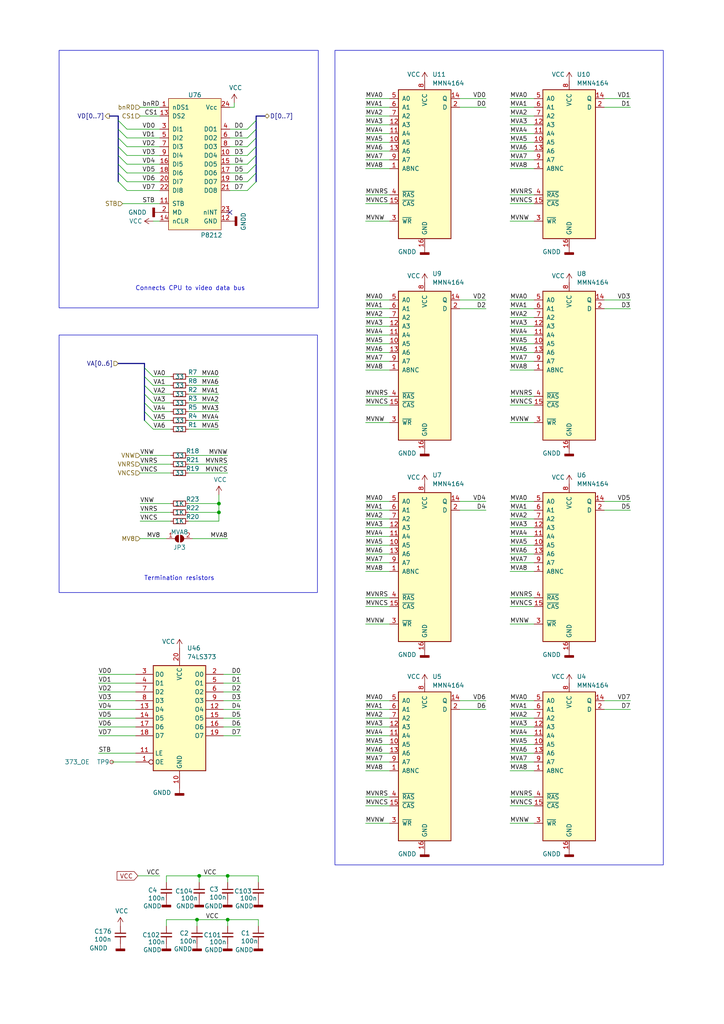
<source format=kicad_sch>
(kicad_sch (version 20230121) (generator eeschema)
  (paper "A4" portrait)
  (lib_symbols
    (symbol "74xx:74LS373"
      (property "Reference" "U" (at -7.62 16.51 0))
      (property "Value" "74LS373" (at -7.62 -16.51 0))
      (symbol "74LS373_1_0"
        (pin input inverted (at -12.7 -12.7 0) (length 5.08) (name "OE") (number "1"))
        (pin power_in line (at 0 -20.32 90) (length 5.08) (name "GND") (number "10"))
        (pin input line (at -12.7 -10.16 0) (length 5.08) (name "LE") (number "11"))
        (pin tri_state line (at 12.7 2.54 180) (length 5.08) (name "O4") (number "12"))
        (pin input line (at -12.7 2.54 0) (length 5.08) (name "D4") (number "13"))
        (pin input line (at -12.7 0 0) (length 5.08) (name "D5") (number "14"))
        (pin tri_state line (at 12.7 0 180) (length 5.08) (name "O5") (number "15"))
        (pin tri_state line (at 12.7 -2.54 180) (length 5.08) (name "O6") (number "16"))
        (pin input line (at -12.7 -2.54 0) (length 5.08) (name "D6") (number "17"))
        (pin input line (at -12.7 -5.08 0) (length 5.08) (name "D7") (number "18"))
        (pin tri_state line (at 12.7 -5.08 180) (length 5.08) (name "O7") (number "19"))
        (pin tri_state line (at 12.7 12.7 180) (length 5.08) (name "O0") (number "2"))
        (pin power_in line (at 0 20.32 270) (length 5.08) (name "VCC") (number "20"))
        (pin input line (at -12.7 12.7 0) (length 5.08) (name "D0") (number "3"))
        (pin input line (at -12.7 10.16 0) (length 5.08) (name "D1") (number "4"))
        (pin tri_state line (at 12.7 10.16 180) (length 5.08) (name "O1") (number "5"))
        (pin tri_state line (at 12.7 7.62 180) (length 5.08) (name "O2") (number "6"))
        (pin input line (at -12.7 7.62 0) (length 5.08) (name "D2") (number "7"))
        (pin input line (at -12.7 5.08 0) (length 5.08) (name "D3") (number "8"))
        (pin tri_state line (at 12.7 5.08 180) (length 5.08) (name "O3") (number "9"))
      )
      (symbol "74LS373_1_1"
        (rectangle (start -7.62 15.24) (end 7.62 -15.24) (stroke (width 0.254)) (fill (type background)))
      )
    )
    (symbol "Cobra_original:MMN4164" (pin_names (offset 1.016))
      (property "Reference" "U24" (at -5.08 -3.175 0))
      (property "Value" "MMN4164" (at 1.905 -3.175 0))
      (symbol "MMN4164_1_1"
        (rectangle (start -7.62 25.4) (end 7.62 -17.78) (stroke (width 0.254)) (fill (type background)))
        (pin input line (at -10.16 2.54 0) (length 2.54) (name "A8NC") (number "1"))
        (pin input line (at -10.16 10.16 0) (length 2.54) (name "A5") (number "10"))
        (pin input line (at -10.16 12.7 0) (length 2.54) (name "A4") (number "11"))
        (pin input line (at -10.16 15.24 0) (length 2.54) (name "A3") (number "12"))
        (pin input line (at -10.16 7.62 0) (length 2.54) (name "A6") (number "13"))
        (pin tri_state line (at 10.16 22.86 180) (length 2.54) (name "Q") (number "14"))
        (pin input line (at -10.16 -7.62 0) (length 2.54) (name "~{CAS}") (number "15"))
        (pin power_in line (at 0 -20.32 90) (length 2.54) (name "GND") (number "16"))
        (pin tri_state line (at 10.16 20.32 180) (length 2.54) (name "D") (number "2"))
        (pin input line (at -10.16 -12.7 0) (length 2.54) (name "~{WR}") (number "3"))
        (pin input line (at -10.16 -5.08 0) (length 2.54) (name "~{RAS}") (number "4"))
        (pin input line (at -10.16 22.86 0) (length 2.54) (name "A0") (number "5"))
        (pin input line (at -10.16 20.32 0) (length 2.54) (name "A1") (number "6"))
        (pin input line (at -10.16 17.78 0) (length 2.54) (name "A2") (number "7"))
        (pin power_in line (at 0 27.94 270) (length 2.54) (name "VCC") (number "8"))
        (pin input line (at -10.16 5.08 0) (length 2.54) (name "A7") (number "9"))
      )
    )
    (symbol "Connector:TestPoint_Small" (pin_numbers hide) (pin_names (offset 0.762) hide)
      (property "Reference" "TP" (at 0 3.81 0))
      (property "Value" "TestPoint_Small" (at 0 2.032 0))
      (symbol "TestPoint_Small_0_1"
        (circle (center 0 0) (radius 0.508))
      )
      (symbol "TestPoint_Small_1_1"
        (pin passive line (at 0 0 90) (length 0) (name "1") (number "1"))
      )
    )
    (symbol "Device:C_Small" (pin_numbers hide) (pin_names (offset 0.254) hide)
      (property "Reference" "C" (at 0.254 1.778 0))
      (property "Value" "C_Small" (at 0.254 -2.032 0))
      (symbol "C_Small_0_1"
        (polyline (pts (xy -1.524 -0.508) (xy 1.524 -0.508)) (stroke (width 0.3302)))
        (polyline (pts (xy -1.524 0.508) (xy 1.524 0.508)) (stroke (width 0.3048)))
      )
      (symbol "C_Small_1_1"
        (pin passive line (at 0 2.54 270) (length 2.032) (name "~") (number "1"))
        (pin passive line (at 0 -2.54 90) (length 2.032) (name "~") (number "2"))
      )
    )
    (symbol "Device:R_Small" (pin_numbers hide) (pin_names (offset 0.254) hide)
      (property "Reference" "R" (at 0.762 0.508 0))
      (property "Value" "R_Small" (at 0.762 -1.016 0))
      (symbol "R_Small_0_1"
        (rectangle (start -0.762 1.778) (end 0.762 -1.778) (stroke (width 0.2032)))
      )
      (symbol "R_Small_1_1"
        (pin passive line (at 0 2.54 270) (length 0.762) (name "~") (number "1"))
        (pin passive line (at 0 -2.54 90) (length 0.762) (name "~") (number "2"))
      )
    )
    (symbol "Jumper:SolderJumper_2_Open" (pin_names (offset 0) hide)
      (property "Reference" "JP" (at 0 2.032 0))
      (property "Value" "SolderJumper_2_Open" (at 0 -2.54 0))
      (symbol "SolderJumper_2_Open_0_1"
        (arc (start -0.254 1.016) (mid -1.2656 0) (end -0.254 -1.016))
        (arc (start -0.254 1.016) (mid -1.2656 0) (end -0.254 -1.016) (fill (type outline)))
        (polyline (pts (xy -0.254 1.016) (xy -0.254 -1.016)))
        (polyline (pts (xy 0.254 1.016) (xy 0.254 -1.016)))
        (arc (start 0.254 -1.016) (mid 1.2656 0) (end 0.254 1.016))
        (arc (start 0.254 -1.016) (mid 1.2656 0) (end 0.254 1.016) (fill (type outline)))
      )
      (symbol "SolderJumper_2_Open_1_1"
        (pin passive line (at -3.81 0 0) (length 2.54) (name "A") (number "1"))
        (pin passive line (at 3.81 0 180) (length 2.54) (name "B") (number "2"))
      )
    )
    (symbol "cobra_original:P8212" (pin_names (offset 1.016))
      (property "Reference" "U" (at 0 19.05 0))
      (property "Value" "P8212" (at 5.08 -21.59 0))
      (symbol "P8212_1_1"
        (rectangle (start -7.62 17.78) (end 7.62 -20.32) (fill (type background)))
        (pin input line (at -10.16 15.24 0) (length 2.54) (name "nDS1") (number "1"))
        (pin tri_state line (at 10.16 1.27 180) (length 2.54) (name "DO4") (number "10"))
        (pin input line (at -10.16 -12.7 0) (length 2.54) (name "STB") (number "11"))
        (pin power_out line (at 10.16 -17.78 180) (length 2.54) (name "GND") (number "12"))
        (pin input line (at -10.16 12.7 0) (length 2.54) (name "DS2") (number "13"))
        (pin input line (at -10.16 -17.78 0) (length 2.54) (name "nCLR") (number "14"))
        (pin tri_state line (at 10.16 -1.27 180) (length 2.54) (name "DO5") (number "15"))
        (pin input line (at -10.16 -1.27 0) (length 2.54) (name "DI5") (number "16"))
        (pin tri_state line (at 10.16 -3.81 180) (length 2.54) (name "DO6") (number "17"))
        (pin input line (at -10.16 -3.81 0) (length 2.54) (name "DI6") (number "18"))
        (pin tri_state line (at 10.16 -6.35 180) (length 2.54) (name "DO7") (number "19"))
        (pin input line (at -10.16 -15.24 0) (length 2.54) (name "MD") (number "2"))
        (pin input line (at -10.16 -6.35 0) (length 2.54) (name "DI7") (number "20"))
        (pin tri_state line (at 10.16 -8.89 180) (length 2.54) (name "DO8") (number "21"))
        (pin input line (at -10.16 -8.89 0) (length 2.54) (name "DI8") (number "22"))
        (pin output line (at 10.16 -15.24 180) (length 2.54) (name "nINT") (number "23"))
        (pin power_in line (at 10.16 15.24 180) (length 2.54) (name "Vcc") (number "24"))
        (pin input line (at -10.16 8.89 0) (length 2.54) (name "DI1") (number "3"))
        (pin tri_state line (at 10.16 8.89 180) (length 2.54) (name "DO1") (number "4"))
        (pin input line (at -10.16 6.35 0) (length 2.54) (name "DI2") (number "5"))
        (pin tri_state line (at 10.16 6.35 180) (length 2.54) (name "DO2") (number "6"))
        (pin input line (at -10.16 3.81 0) (length 2.54) (name "DI3") (number "7"))
        (pin tri_state line (at 10.16 3.81 180) (length 2.54) (name "DO3") (number "8"))
        (pin input line (at -10.16 1.27 0) (length 2.54) (name "DI4") (number "9"))
      )
    )
    (symbol "power:GNDD" (power) (pin_names (offset 0))
      (property "Value" "GNDD" (at 0 -3.175 0))
      (symbol "GNDD_0_1"
        (rectangle (start -1.27 -1.524) (end 1.27 -2.032) (stroke (width 0.254)) (fill (type outline)))
        (polyline (pts (xy 0 0) (xy 0 -1.524)))
      )
      (symbol "GNDD_1_1"
        (pin power_in line (at 0 0 270) (length 0) hide (name "GNDD") (number "1"))
      )
    )
    (symbol "power:VCC" (power) (pin_names (offset 0))
      (property "Value" "VCC" (at 0 3.81 0))
      (symbol "VCC_0_1"
        (polyline (pts (xy -0.762 1.27) (xy 0 2.54)))
        (polyline (pts (xy 0 0) (xy 0 2.54)))
        (polyline (pts (xy 0 2.54) (xy 0.762 1.27)))
      )
      (symbol "VCC_1_1"
        (pin power_in line (at 0 0 90) (length 0) hide (name "VCC") (number "1"))
      )
    )
  )
  (junction (at 57.785 254))
  (junction (at 63.5 146.05))
  (junction (at 66.04 254))
  (junction (at 63.5 148.59))
  (junction (at 57.15 266.7))
  (junction (at 66.04 266.7))
  (no_connect (at 66.675 61.595))
  (bus_entry (at 71.755 47.625) (size 2.54 -2.54))
  (bus_entry (at 41.91 121.92) (size 2.54 2.54))
  (bus_entry (at 71.755 50.165) (size 2.54 -2.54))
  (bus_entry (at 34.29 52.705) (size 2.54 2.54))
  (bus_entry (at 71.755 40.005) (size 2.54 -2.54))
  (bus_entry (at 71.755 55.245) (size 2.54 -2.54))
  (bus_entry (at 34.29 42.545) (size 2.54 2.54))
  (bus_entry (at 34.29 34.925) (size 2.54 2.54))
  (bus_entry (at 41.91 119.38) (size 2.54 2.54))
  (bus_entry (at 34.29 50.165) (size 2.54 2.54))
  (bus_entry (at 41.91 109.22) (size 2.54 2.54))
  (bus_entry (at 41.91 116.84) (size 2.54 2.54))
  (bus_entry (at 71.755 37.465) (size 2.54 -2.54))
  (bus_entry (at 34.29 47.625) (size 2.54 2.54))
  (bus_entry (at 41.91 111.76) (size 2.54 2.54))
  (bus_entry (at 41.91 114.3) (size 2.54 2.54))
  (bus_entry (at 34.29 40.005) (size 2.54 2.54))
  (bus_entry (at 34.29 45.085) (size 2.54 2.54))
  (bus_entry (at 71.755 45.085) (size 2.54 -2.54))
  (bus_entry (at 34.29 37.465) (size 2.54 2.54))
  (bus_entry (at 71.755 42.545) (size 2.54 -2.54))
  (bus_entry (at 41.91 106.68) (size 2.54 2.54))
  (bus_entry (at 71.755 52.705) (size 2.54 -2.54))
  (bus (pts (xy 34.29 50.165) (xy 34.29 52.705)))
  (wire (pts (xy 48.26 268.605) (xy 48.26 266.7)))
  (wire (pts (xy 106.045 38.735) (xy 113.03 38.735)))
  (wire (pts (xy 63.5 148.59) (xy 63.5 146.05)))
  (wire (pts (xy 28.575 203.2) (xy 39.37 203.2)))
  (wire (pts (xy 147.955 213.36) (xy 154.94 213.36)))
  (wire (pts (xy 57.785 254) (xy 66.04 254)))
  (bus (pts (xy 74.295 34.925) (xy 74.295 37.465)))
  (wire (pts (xy 64.77 198.12) (xy 69.85 198.12)))
  (wire (pts (xy 35.56 59.055) (xy 46.355 59.055)))
  (wire (pts (xy 147.955 86.995) (xy 154.94 86.995)))
  (wire (pts (xy 28.575 213.36) (xy 39.37 213.36)))
  (wire (pts (xy 57.785 254) (xy 57.785 255.905)))
  (wire (pts (xy 57.15 266.7) (xy 66.04 266.7)))
  (wire (pts (xy 133.35 28.575) (xy 140.97 28.575)))
  (wire (pts (xy 175.26 147.955) (xy 182.88 147.955)))
  (wire (pts (xy 36.83 47.625) (xy 46.355 47.625)))
  (wire (pts (xy 36.83 55.245) (xy 46.355 55.245)))
  (wire (pts (xy 106.045 158.115) (xy 113.03 158.115)))
  (wire (pts (xy 64.77 208.28) (xy 69.85 208.28)))
  (bus (pts (xy 41.91 111.76) (xy 41.91 114.3)))
  (wire (pts (xy 175.26 205.74) (xy 182.88 205.74)))
  (wire (pts (xy 106.045 117.475) (xy 113.03 117.475)))
  (wire (pts (xy 106.045 231.14) (xy 113.03 231.14)))
  (wire (pts (xy 49.53 114.3) (xy 44.45 114.3)))
  (wire (pts (xy 106.045 99.695) (xy 113.03 99.695)))
  (wire (pts (xy 106.045 220.98) (xy 113.03 220.98)))
  (wire (pts (xy 64.77 200.66) (xy 69.85 200.66)))
  (wire (pts (xy 44.45 124.46) (xy 49.53 124.46)))
  (wire (pts (xy 66.675 40.005) (xy 71.755 40.005)))
  (wire (pts (xy 57.15 266.7) (xy 57.15 268.605)))
  (wire (pts (xy 54.61 132.08) (xy 66.04 132.08)))
  (wire (pts (xy 147.955 203.2) (xy 154.94 203.2)))
  (wire (pts (xy 40.64 134.62) (xy 49.53 134.62)))
  (wire (pts (xy 66.675 52.705) (xy 71.755 52.705)))
  (wire (pts (xy 106.045 223.52) (xy 113.03 223.52)))
  (wire (pts (xy 147.955 205.74) (xy 154.94 205.74)))
  (wire (pts (xy 175.26 145.415) (xy 182.88 145.415)))
  (wire (pts (xy 49.53 109.22) (xy 44.45 109.22)))
  (wire (pts (xy 64.77 195.58) (xy 69.85 195.58)))
  (wire (pts (xy 54.61 146.05) (xy 63.5 146.05)))
  (wire (pts (xy 133.35 86.995) (xy 140.97 86.995)))
  (wire (pts (xy 147.955 208.28) (xy 154.94 208.28)))
  (wire (pts (xy 106.045 165.735) (xy 113.03 165.735)))
  (wire (pts (xy 64.77 205.74) (xy 69.85 205.74)))
  (wire (pts (xy 147.955 210.82) (xy 154.94 210.82)))
  (bus (pts (xy 34.29 34.925) (xy 34.29 37.465)))
  (wire (pts (xy 106.045 48.895) (xy 113.03 48.895)))
  (wire (pts (xy 67.945 29.845) (xy 67.945 31.115)))
  (wire (pts (xy 147.955 158.115) (xy 154.94 158.115)))
  (wire (pts (xy 40.64 137.16) (xy 49.53 137.16)))
  (wire (pts (xy 147.955 114.935) (xy 154.94 114.935)))
  (wire (pts (xy 36.83 42.545) (xy 46.355 42.545)))
  (wire (pts (xy 74.93 254) (xy 74.93 255.905)))
  (wire (pts (xy 106.045 64.135) (xy 113.03 64.135)))
  (wire (pts (xy 28.575 205.74) (xy 39.37 205.74)))
  (wire (pts (xy 106.045 43.815) (xy 113.03 43.815)))
  (wire (pts (xy 40.64 33.655) (xy 46.355 33.655)))
  (wire (pts (xy 147.955 165.735) (xy 154.94 165.735)))
  (wire (pts (xy 36.83 37.465) (xy 46.355 37.465)))
  (wire (pts (xy 44.45 119.38) (xy 49.53 119.38)))
  (wire (pts (xy 106.045 175.895) (xy 113.03 175.895)))
  (wire (pts (xy 54.61 121.92) (xy 63.5 121.92)))
  (wire (pts (xy 48.26 254) (xy 57.785 254)))
  (wire (pts (xy 175.26 31.115) (xy 182.88 31.115)))
  (wire (pts (xy 106.045 92.075) (xy 113.03 92.075)))
  (bus (pts (xy 34.29 45.085) (xy 34.29 47.625)))
  (wire (pts (xy 54.61 137.16) (xy 66.04 137.16)))
  (wire (pts (xy 175.26 89.535) (xy 182.88 89.535)))
  (wire (pts (xy 66.04 266.7) (xy 74.93 266.7)))
  (wire (pts (xy 106.045 104.775) (xy 113.03 104.775)))
  (wire (pts (xy 147.955 145.415) (xy 154.94 145.415)))
  (wire (pts (xy 147.955 122.555) (xy 154.94 122.555)))
  (wire (pts (xy 63.5 151.13) (xy 63.5 148.59)))
  (bus (pts (xy 74.295 42.545) (xy 74.295 45.085)))
  (wire (pts (xy 66.675 47.625) (xy 71.755 47.625)))
  (wire (pts (xy 44.45 116.84) (xy 49.53 116.84)))
  (wire (pts (xy 147.955 28.575) (xy 154.94 28.575)))
  (wire (pts (xy 106.045 122.555) (xy 113.03 122.555)))
  (bus (pts (xy 76.835 33.655) (xy 74.295 33.655)))
  (bus (pts (xy 34.29 47.625) (xy 34.29 50.165)))
  (wire (pts (xy 28.575 195.58) (xy 39.37 195.58)))
  (wire (pts (xy 147.955 223.52) (xy 154.94 223.52)))
  (wire (pts (xy 28.575 210.82) (xy 39.37 210.82)))
  (bus (pts (xy 74.295 37.465) (xy 74.295 40.005)))
  (wire (pts (xy 147.955 104.775) (xy 154.94 104.775)))
  (wire (pts (xy 147.955 56.515) (xy 154.94 56.515)))
  (wire (pts (xy 147.955 215.9) (xy 154.94 215.9)))
  (bus (pts (xy 74.295 47.625) (xy 74.295 50.165)))
  (wire (pts (xy 106.045 41.275) (xy 113.03 41.275)))
  (wire (pts (xy 106.045 56.515) (xy 113.03 56.515)))
  (bus (pts (xy 34.29 40.005) (xy 34.29 42.545)))
  (bus (pts (xy 31.75 33.655) (xy 34.29 33.655)))
  (wire (pts (xy 106.045 102.235) (xy 113.03 102.235)))
  (bus (pts (xy 41.91 114.3) (xy 41.91 116.84)))
  (wire (pts (xy 147.955 175.895) (xy 154.94 175.895)))
  (wire (pts (xy 147.955 155.575) (xy 154.94 155.575)))
  (bus (pts (xy 74.295 40.005) (xy 74.295 42.545)))
  (wire (pts (xy 147.955 150.495) (xy 154.94 150.495)))
  (wire (pts (xy 106.045 153.035) (xy 113.03 153.035)))
  (wire (pts (xy 147.955 64.135) (xy 154.94 64.135)))
  (bus (pts (xy 41.91 106.68) (xy 41.91 109.22)))
  (wire (pts (xy 28.575 218.44) (xy 39.37 218.44)))
  (wire (pts (xy 44.45 121.92) (xy 49.53 121.92)))
  (wire (pts (xy 66.04 266.7) (xy 66.04 268.605)))
  (wire (pts (xy 66.675 45.085) (xy 71.755 45.085)))
  (wire (pts (xy 66.675 31.115) (xy 67.945 31.115)))
  (wire (pts (xy 54.61 134.62) (xy 66.04 134.62)))
  (wire (pts (xy 106.045 163.195) (xy 113.03 163.195)))
  (wire (pts (xy 106.045 36.195) (xy 113.03 36.195)))
  (wire (pts (xy 28.575 200.66) (xy 39.37 200.66)))
  (wire (pts (xy 64.77 203.2) (xy 69.85 203.2)))
  (wire (pts (xy 106.045 107.315) (xy 113.03 107.315)))
  (wire (pts (xy 175.26 86.995) (xy 182.88 86.995)))
  (wire (pts (xy 106.045 173.355) (xy 113.03 173.355)))
  (bus (pts (xy 74.295 50.165) (xy 74.295 52.705)))
  (wire (pts (xy 147.955 99.695) (xy 154.94 99.695)))
  (bus (pts (xy 74.295 45.085) (xy 74.295 47.625)))
  (wire (pts (xy 106.045 31.115) (xy 113.03 31.115)))
  (wire (pts (xy 147.955 38.735) (xy 154.94 38.735)))
  (wire (pts (xy 32.385 220.98) (xy 39.37 220.98)))
  (wire (pts (xy 147.955 94.615) (xy 154.94 94.615)))
  (wire (pts (xy 106.045 160.655) (xy 113.03 160.655)))
  (wire (pts (xy 106.045 114.935) (xy 113.03 114.935)))
  (wire (pts (xy 147.955 160.655) (xy 154.94 160.655)))
  (wire (pts (xy 54.61 109.22) (xy 63.5 109.22)))
  (bus (pts (xy 41.91 116.84) (xy 41.91 119.38)))
  (wire (pts (xy 106.045 180.975) (xy 113.03 180.975)))
  (wire (pts (xy 147.955 36.195) (xy 154.94 36.195)))
  (wire (pts (xy 40.64 146.05) (xy 49.53 146.05)))
  (wire (pts (xy 106.045 210.82) (xy 113.03 210.82)))
  (wire (pts (xy 106.045 205.74) (xy 113.03 205.74)))
  (wire (pts (xy 106.045 203.2) (xy 113.03 203.2)))
  (wire (pts (xy 147.955 107.315) (xy 154.94 107.315)))
  (wire (pts (xy 133.35 31.115) (xy 140.97 31.115)))
  (bus (pts (xy 41.91 109.22) (xy 41.91 111.76)))
  (bus (pts (xy 34.29 105.41) (xy 41.91 105.41)))
  (wire (pts (xy 54.61 111.76) (xy 63.5 111.76)))
  (wire (pts (xy 40.64 148.59) (xy 49.53 148.59)))
  (bus (pts (xy 34.29 37.465) (xy 34.29 40.005)))
  (wire (pts (xy 49.53 111.76) (xy 44.45 111.76)))
  (wire (pts (xy 147.955 48.895) (xy 154.94 48.895)))
  (wire (pts (xy 54.61 119.38) (xy 63.5 119.38)))
  (wire (pts (xy 106.045 233.68) (xy 113.03 233.68)))
  (wire (pts (xy 54.61 114.3) (xy 63.5 114.3)))
  (wire (pts (xy 147.955 220.98) (xy 154.94 220.98)))
  (wire (pts (xy 147.955 163.195) (xy 154.94 163.195)))
  (wire (pts (xy 175.26 203.2) (xy 182.88 203.2)))
  (wire (pts (xy 106.045 89.535) (xy 113.03 89.535)))
  (wire (pts (xy 54.61 151.13) (xy 63.5 151.13)))
  (bus (pts (xy 74.295 33.655) (xy 74.295 34.925)))
  (wire (pts (xy 66.675 50.165) (xy 71.755 50.165)))
  (wire (pts (xy 106.045 94.615) (xy 113.03 94.615)))
  (wire (pts (xy 106.045 213.36) (xy 113.03 213.36)))
  (wire (pts (xy 64.77 213.36) (xy 69.85 213.36)))
  (wire (pts (xy 106.045 145.415) (xy 113.03 145.415)))
  (wire (pts (xy 64.77 210.82) (xy 69.85 210.82)))
  (wire (pts (xy 147.955 147.955) (xy 154.94 147.955)))
  (wire (pts (xy 147.955 41.275) (xy 154.94 41.275)))
  (wire (pts (xy 54.61 148.59) (xy 63.5 148.59)))
  (wire (pts (xy 147.955 218.44) (xy 154.94 218.44)))
  (wire (pts (xy 147.955 238.76) (xy 154.94 238.76)))
  (wire (pts (xy 175.26 28.575) (xy 182.88 28.575)))
  (wire (pts (xy 28.575 198.12) (xy 39.37 198.12)))
  (wire (pts (xy 106.045 97.155) (xy 113.03 97.155)))
  (wire (pts (xy 106.045 59.055) (xy 113.03 59.055)))
  (wire (pts (xy 63.5 146.05) (xy 63.5 143.51)))
  (wire (pts (xy 147.955 233.68) (xy 154.94 233.68)))
  (wire (pts (xy 40.64 151.13) (xy 49.53 151.13)))
  (wire (pts (xy 66.675 37.465) (xy 71.755 37.465)))
  (wire (pts (xy 74.93 266.7) (xy 74.93 268.605)))
  (wire (pts (xy 133.35 89.535) (xy 140.97 89.535)))
  (wire (pts (xy 147.955 33.655) (xy 154.94 33.655)))
  (bus (pts (xy 34.29 33.655) (xy 34.29 34.925)))
  (wire (pts (xy 40.64 132.08) (xy 49.53 132.08)))
  (wire (pts (xy 147.955 31.115) (xy 154.94 31.115)))
  (wire (pts (xy 147.955 97.155) (xy 154.94 97.155)))
  (wire (pts (xy 36.83 52.705) (xy 46.355 52.705)))
  (wire (pts (xy 133.35 147.955) (xy 140.97 147.955)))
  (wire (pts (xy 54.61 116.84) (xy 63.5 116.84)))
  (wire (pts (xy 147.955 153.035) (xy 154.94 153.035)))
  (wire (pts (xy 147.955 173.355) (xy 154.94 173.355)))
  (wire (pts (xy 36.83 40.005) (xy 46.355 40.005)))
  (wire (pts (xy 133.35 205.74) (xy 140.97 205.74)))
  (wire (pts (xy 106.045 46.355) (xy 113.03 46.355)))
  (wire (pts (xy 106.045 86.995) (xy 113.03 86.995)))
  (wire (pts (xy 106.045 215.9) (xy 113.03 215.9)))
  (wire (pts (xy 36.83 45.085) (xy 46.355 45.085)))
  (wire (pts (xy 147.955 231.14) (xy 154.94 231.14)))
  (wire (pts (xy 147.955 92.075) (xy 154.94 92.075)))
  (wire (pts (xy 66.675 42.545) (xy 71.755 42.545)))
  (wire (pts (xy 147.955 89.535) (xy 154.94 89.535)))
  (wire (pts (xy 40.64 31.115) (xy 46.355 31.115)))
  (wire (pts (xy 106.045 33.655) (xy 113.03 33.655)))
  (bus (pts (xy 34.29 42.545) (xy 34.29 45.085)))
  (wire (pts (xy 106.045 155.575) (xy 113.03 155.575)))
  (wire (pts (xy 147.955 180.975) (xy 154.94 180.975)))
  (wire (pts (xy 133.35 145.415) (xy 140.97 145.415)))
  (wire (pts (xy 147.955 59.055) (xy 154.94 59.055)))
  (wire (pts (xy 36.83 50.165) (xy 46.355 50.165)))
  (wire (pts (xy 48.26 255.905) (xy 48.26 254)))
  (bus (pts (xy 41.91 105.41) (xy 41.91 106.68)))
  (wire (pts (xy 66.04 254) (xy 66.04 255.905)))
  (wire (pts (xy 48.26 156.21) (xy 40.64 156.21)))
  (wire (pts (xy 66.04 254) (xy 74.93 254)))
  (wire (pts (xy 106.045 147.955) (xy 113.03 147.955)))
  (wire (pts (xy 106.045 238.76) (xy 113.03 238.76)))
  (wire (pts (xy 66.675 55.245) (xy 71.755 55.245)))
  (wire (pts (xy 106.045 28.575) (xy 113.03 28.575)))
  (wire (pts (xy 133.35 203.2) (xy 140.97 203.2)))
  (wire (pts (xy 106.045 150.495) (xy 113.03 150.495)))
  (wire (pts (xy 54.61 124.46) (xy 63.5 124.46)))
  (wire (pts (xy 55.88 156.21) (xy 66.04 156.21)))
  (wire (pts (xy 147.955 46.355) (xy 154.94 46.355)))
  (wire (pts (xy 147.955 43.815) (xy 154.94 43.815)))
  (wire (pts (xy 40.005 254) (xy 46.355 254)))
  (wire (pts (xy 46.355 64.135) (xy 44.45 64.135)))
  (bus (pts (xy 41.91 119.38) (xy 41.91 121.92)))
  (wire (pts (xy 106.045 218.44) (xy 113.03 218.44)))
  (wire (pts (xy 48.26 266.7) (xy 57.15 266.7)))
  (wire (pts (xy 147.955 102.235) (xy 154.94 102.235)))
  (wire (pts (xy 106.045 208.28) (xy 113.03 208.28)))
  (wire (pts (xy 147.955 117.475) (xy 154.94 117.475)))
  (wire (pts (xy 28.575 208.28) (xy 39.37 208.28)))
  (rectangle (start 17.145 14.605) (end 92.329 89.281))
  (rectangle (start 97.155 14.605) (end 192.405 250.825))
  (rectangle (start 17.145 97.155) (end 92.075 171.831))
  (text "Connects CPU to video data bus" (at 39.243 84.455 0) (effects (font (size 1.27 1.27)) (justify left bottom)))
  (text "Termination resistors" (at 41.783 168.529 0) (effects (font (size 1.27 1.27)) (justify left bottom)))
  (label "D1" (at 69.85 198.12 180))
  (label "MVA7" (at 106.045 104.775 0))
  (label "MVNW" (at 147.955 64.135 0))
  (label "D4" (at 67.945 47.625 0))
  (label "MVA8" (at 106.045 165.735 0))
  (label "VCC" (at 62.865 254 180))
  (label "MVA7" (at 106.045 220.98 0))
  (label "D5" (at 69.85 208.28 180))
  (label "MVA5" (at 106.045 41.275 0))
  (label "MVA3" (at 147.955 210.82 0))
  (label "MVA0" (at 106.045 203.2 0))
  (label "MVA3" (at 63.5 119.38 180))
  (label "MVA2" (at 147.955 150.495 0))
  (label "VD6" (at 41.275 52.705 0))
  (label "MVA0" (at 147.955 145.415 0))
  (label "MVA0" (at 106.045 28.575 0))
  (label "D1" (at 67.945 40.005 0))
  (label "MVA7" (at 106.045 163.195 0))
  (label "MVA6" (at 106.045 160.655 0))
  (label "MVA0" (at 106.045 145.415 0))
  (label "MVA1" (at 147.955 205.74 0))
  (label "MVNRS" (at 147.955 56.515 0))
  (label "MVA0" (at 147.955 86.995 0))
  (label "VD2" (at 41.275 42.545 0))
  (label "VNRS" (at 40.64 148.59 0))
  (label "VD3" (at 41.275 45.085 0))
  (label "VA0" (at 44.45 109.22 0))
  (label "MVNRS" (at 106.045 56.515 0))
  (label "MVNRS" (at 106.045 173.355 0))
  (label "MVNCS" (at 106.045 175.895 0))
  (label "MVNW" (at 106.045 238.76 0))
  (label "MVA3" (at 106.045 36.195 0))
  (label "MVA1" (at 106.045 205.74 0))
  (label "D3" (at 182.88 89.535 180))
  (label "MVA6" (at 147.955 43.815 0))
  (label "MVNCS" (at 106.045 117.475 0))
  (label "VD0" (at 140.97 28.575 180))
  (label "MVA7" (at 106.045 46.355 0))
  (label "VNW" (at 40.64 146.05 0))
  (label "MVA3" (at 106.045 94.615 0))
  (label "VD7" (at 28.575 213.36 0))
  (label "VA1" (at 44.45 111.76 0))
  (label "MVNW" (at 147.955 238.76 0))
  (label "MVA8" (at 106.045 223.52 0))
  (label "MVA7" (at 147.955 104.775 0))
  (label "MVNW" (at 66.04 132.08 180))
  (label "MVA1" (at 63.5 114.3 180))
  (label "D5" (at 67.945 50.165 0))
  (label "VNW" (at 40.64 132.08 0))
  (label "VD6" (at 28.575 210.82 0))
  (label "MVA6" (at 106.045 102.235 0))
  (label "MVNW" (at 106.045 122.555 0))
  (label "VD1" (at 41.275 40.005 0))
  (label "MVA1" (at 147.955 147.955 0))
  (label "MVA3" (at 147.955 94.615 0))
  (label "D6" (at 140.97 205.74 180))
  (label "CS1" (at 41.91 33.655 0))
  (label "MVA3" (at 106.045 153.035 0))
  (label "MVA8" (at 106.045 107.315 0))
  (label "D2" (at 69.85 200.66 180))
  (label "MVA6" (at 147.955 218.44 0))
  (label "MVA1" (at 147.955 89.535 0))
  (label "MVA2" (at 147.955 208.28 0))
  (label "MVA1" (at 106.045 31.115 0))
  (label "VD1" (at 28.575 198.12 0))
  (label "MVNCS" (at 106.045 59.055 0))
  (label "MVA1" (at 147.955 31.115 0))
  (label "MVA6" (at 147.955 160.655 0))
  (label "MVA5" (at 106.045 99.695 0))
  (label "VNRS" (at 40.64 134.62 0))
  (label "MVA6" (at 63.5 111.76 180))
  (label "D4" (at 140.97 147.955 180))
  (label "MV8" (at 42.545 156.21 0))
  (label "MVA5" (at 147.955 215.9 0))
  (label "VD2" (at 28.575 200.66 0))
  (label "MVNRS" (at 106.045 114.935 0))
  (label "MVA8" (at 147.955 107.315 0))
  (label "MVA4" (at 147.955 38.735 0))
  (label "MVA5" (at 147.955 41.275 0))
  (label "MVA0" (at 63.5 109.22 180))
  (label "MVNCS" (at 106.045 233.68 0))
  (label "VD3" (at 28.575 203.2 0))
  (label "MVA6" (at 106.045 218.44 0))
  (label "D6" (at 69.85 210.82 180))
  (label "D2" (at 67.945 42.545 0))
  (label "MVNCS" (at 147.955 233.68 0))
  (label "VD5" (at 28.575 208.28 0))
  (label "MVNRS" (at 147.955 114.935 0))
  (label "MVA5" (at 106.045 158.115 0))
  (label "VA5" (at 44.45 121.92 0))
  (label "D6" (at 67.945 52.705 0))
  (label "D7" (at 69.85 213.36 180))
  (label "MVA2" (at 106.045 208.28 0))
  (label "MVA2" (at 106.045 92.075 0))
  (label "MVA2" (at 147.955 33.655 0))
  (label "MVNCS" (at 66.04 137.16 180))
  (label "D3" (at 67.945 45.085 0))
  (label "MVA4" (at 106.045 97.155 0))
  (label "MVA6" (at 147.955 102.235 0))
  (label "MVA3" (at 147.955 36.195 0))
  (label "VNCS" (at 40.64 137.16 0))
  (label "MVNW" (at 106.045 180.975 0))
  (label "MVA6" (at 106.045 43.815 0))
  (label "D1" (at 182.88 31.115 180))
  (label "MVNRS" (at 147.955 173.355 0))
  (label "MVA4" (at 147.955 213.36 0))
  (label "MVA8" (at 147.955 48.895 0))
  (label "D5" (at 182.88 147.955 180))
  (label "D3" (at 69.85 203.2 180))
  (label "VD4" (at 140.97 145.415 180))
  (label "D7" (at 67.945 55.245 0))
  (label "D0" (at 140.97 31.115 180))
  (label "MVA8" (at 147.955 165.735 0))
  (label "VD7" (at 182.88 203.2 180))
  (label "VD2" (at 140.97 86.995 180))
  (label "MVNRS" (at 66.04 134.62 180))
  (label "D0" (at 69.85 195.58 180))
  (label "MVA0" (at 147.955 203.2 0))
  (label "VD4" (at 28.575 205.74 0))
  (label "MVNW" (at 106.045 64.135 0))
  (label "MVA7" (at 147.955 163.195 0))
  (label "D4" (at 69.85 205.74 180))
  (label "VD0" (at 41.275 37.465 0))
  (label "VD1" (at 182.88 28.575 180))
  (label "MVA4" (at 106.045 155.575 0))
  (label "MVA5" (at 106.045 215.9 0))
  (label "MVA1" (at 106.045 89.535 0))
  (label "STB" (at 28.575 218.44 0))
  (label "MVNCS" (at 147.955 59.055 0))
  (label "MVNRS" (at 106.045 231.14 0))
  (label "D7" (at 182.88 205.74 180))
  (label "VD6" (at 140.97 203.2 180))
  (label "MVNCS" (at 147.955 117.475 0))
  (label "VA2" (at 44.45 114.3 0))
  (label "VCC" (at 46.355 254 180))
  (label "VCC" (at 63.5 266.7 180))
  (label "VD0" (at 28.575 195.58 0))
  (label "MVA5" (at 147.955 99.695 0))
  (label "MVNW" (at 147.955 122.555 0))
  (label "VD5" (at 41.275 50.165 0))
  (label "MVA2" (at 63.5 116.84 180))
  (label "VD4" (at 41.275 47.625 0))
  (label "MVA4" (at 106.045 213.36 0))
  (label "VA4" (at 44.45 119.38 0))
  (label "VD3" (at 182.88 86.995 180))
  (label "STB" (at 41.275 59.055 0))
  (label "VA6" (at 44.45 124.46 0))
  (label "VNCS" (at 40.64 151.13 0))
  (label "MVA8" (at 66.04 156.21 180))
  (label "VA3" (at 44.45 116.84 0))
  (label "MVA8" (at 106.045 48.895 0))
  (label "D2" (at 140.97 89.535 180))
  (label "MVA4" (at 147.955 97.155 0))
  (label "MVA2" (at 147.955 92.075 0))
  (label "MVA8" (at 147.955 223.52 0))
  (label "D0" (at 67.945 37.465 0))
  (label "MVA5" (at 63.5 124.46 180))
  (label "MVA7" (at 147.955 46.355 0))
  (label "MVA4" (at 147.955 155.575 0))
  (label "MVNW" (at 147.955 180.975 0))
  (label "MVA4" (at 63.5 121.92 180))
  (label "MVA7" (at 147.955 220.98 0))
  (label "bnRD" (at 41.275 31.115 0))
  (label "MVA3" (at 106.045 210.82 0))
  (label "VD7" (at 41.275 55.245 0))
  (label "MVA0" (at 147.955 28.575 0))
  (label "MVA1" (at 106.045 147.955 0))
  (label "MVA3" (at 147.955 153.035 0))
  (label "MVNRS" (at 147.955 231.14 0))
  (label "MVA2" (at 106.045 150.495 0))
  (label "MVA2" (at 106.045 33.655 0))
  (label "MVA0" (at 106.045 86.995 0))
  (label "VD5" (at 182.88 145.415 180))
  (label "MVNCS" (at 147.955 175.895 0))
  (label "MVA4" (at 106.045 38.735 0))
  (label "MVA5" (at 147.955 158.115 0))
  (global_label "VCC" (shape input) (at 40.005 254 180) (property "Intersheetrefs" "${INTERSHEET_REFS}" (effects hide)))
  (hierarchical_label "MV8" (shape input) (at 40.64 156.21 180))
  (hierarchical_label "VNCS" (shape input) (at 40.64 137.16 180))
  (hierarchical_label "VA[0..6]" (shape input) (at 34.29 105.41 180))
  (hierarchical_label "VD[0..7]" (shape output) (at 31.75 33.655 180))
  (hierarchical_label "VNRS" (shape input) (at 40.64 134.62 180))
  (hierarchical_label "CS1" (shape input) (at 40.64 33.655 180))
  (hierarchical_label "STB" (shape input) (at 35.56 59.055 180))
  (hierarchical_label "bnRD" (shape input) (at 40.64 31.115 180))
  (hierarchical_label "D[0..7]" (shape bidirectional) (at 76.835 33.655 0))
  (hierarchical_label "VNW" (shape input) (at 40.64 132.08 180))
  (symbol (lib_id "Device:R_Small") (at 52.07 109.22 270) (unit 1)
    (property "Reference" "R7" (at 55.88 107.95 90))
    (property "Value" "33" (at 52.07 109.22 90))
    (property "Footprint" "Cobra_original:R_Axial_DIN0204_L3.6mm_D1.6mm_P5.08mm_Horizontal" (effects hide))
  )
  (symbol (lib_id "Device:R_Small") (at 52.07 111.76 270) (unit 1)
    (property "Reference" "R8" (at 55.88 110.49 90))
    (property "Value" "33" (at 52.07 111.76 90))
    (property "Footprint" "Cobra_original:R_Axial_DIN0204_L3.6mm_D1.6mm_P5.08mm_Horizontal" (effects hide))
  )
  (symbol (lib_id "Device:R_Small") (at 52.07 114.3 270) (unit 1)
    (property "Reference" "R2" (at 55.88 113.03 90))
    (property "Value" "33" (at 52.07 114.3 90))
    (property "Footprint" "Cobra_original:R_Axial_DIN0204_L3.6mm_D1.6mm_P5.08mm_Horizontal" (effects hide))
  )
  (symbol (lib_id "Device:R_Small") (at 52.07 116.84 90) (unit 1)
    (property "Reference" "R3" (at 55.88 115.57 90))
    (property "Value" "33" (at 52.07 116.84 90))
    (property "Footprint" "Cobra_original:R_Axial_DIN0204_L3.6mm_D1.6mm_P5.08mm_Horizontal" (effects hide))
  )
  (symbol (lib_id "Device:R_Small") (at 52.07 119.38 90) (unit 1)
    (property "Reference" "R5" (at 55.88 118.11 90))
    (property "Value" "33" (at 52.07 119.38 90))
    (property "Footprint" "Cobra_original:R_Axial_DIN0204_L3.6mm_D1.6mm_P5.08mm_Horizontal" (effects hide))
  )
  (symbol (lib_id "Device:R_Small") (at 52.07 121.92 90) (unit 1)
    (property "Reference" "R4" (at 55.88 120.65 90))
    (property "Value" "33" (at 52.07 121.92 90))
    (property "Footprint" "Cobra_original:R_Axial_DIN0204_L3.6mm_D1.6mm_P5.08mm_Horizontal" (effects hide))
  )
  (symbol (lib_id "Device:R_Small") (at 52.07 124.46 90) (unit 1)
    (property "Reference" "R1" (at 55.88 123.19 90))
    (property "Value" "33" (at 52.07 124.46 90))
    (property "Footprint" "Cobra_original:R_Axial_DIN0204_L3.6mm_D1.6mm_P5.08mm_Horizontal" (effects hide))
  )
  (symbol (lib_id "Device:R_Small") (at 52.07 132.08 90) (unit 1)
    (property "Reference" "R18" (at 55.88 130.81 90))
    (property "Value" "33" (at 52.07 132.08 90))
    (property "Footprint" "Cobra_original:R_Axial_DIN0204_L3.6mm_D1.6mm_P5.08mm_Horizontal" (effects hide))
  )
  (symbol (lib_id "Device:R_Small") (at 52.07 134.62 90) (unit 1)
    (property "Reference" "R21" (at 55.88 133.35 90))
    (property "Value" "33" (at 52.07 134.62 90))
    (property "Footprint" "Cobra_original:R_Axial_DIN0204_L3.6mm_D1.6mm_P5.08mm_Horizontal" (effects hide))
  )
  (symbol (lib_id "Device:R_Small") (at 52.07 137.16 90) (unit 1)
    (property "Reference" "R19" (at 55.88 135.89 90))
    (property "Value" "33" (at 52.07 137.16 90))
    (property "Footprint" "Cobra_original:R_Axial_DIN0204_L3.6mm_D1.6mm_P5.08mm_Horizontal" (effects hide))
  )
  (symbol (lib_id "Device:C_Small") (at 74.93 271.145 0) (unit 1)
    (property "Reference" "C1" (at 69.85 270.6116 0) (effects (justify left)))
    (property "Value" "100n" (at 69.85 272.923 0) (effects (justify left)))
    (property "Footprint" "Cobra_original:C_THT_762_254" (effects hide))
  )
  (symbol (lib_id "power:GNDD") (at 74.93 273.685 0) (unit 1)
    (property "Reference" "#PWR0323" (effects hide))
    (property "Value" "GNDD" (at 70.866 275.463 0))
  )
  (symbol (lib_id "Device:C_Small") (at 57.15 271.145 0) (unit 1)
    (property "Reference" "C2" (at 52.07 270.637 0) (effects (justify left)))
    (property "Value" "100n" (at 52.07 272.9484 0) (effects (justify left)))
    (property "Footprint" "Cobra_original:C_THT_762_254" (effects hide))
  )
  (symbol (lib_id "power:GNDD") (at 57.15 273.685 0) (unit 1)
    (property "Reference" "#PWR0331" (effects hide))
    (property "Value" "GNDD" (at 53.086 275.209 0))
  )
  (symbol (lib_id "Device:C_Small") (at 48.26 258.445 0) (unit 1)
    (property "Reference" "C4" (at 42.926 258.1656 0) (effects (justify left)))
    (property "Value" "100n" (at 42.926 260.477 0) (effects (justify left)))
    (property "Footprint" "Cobra_original:C_THT_762_254" (effects hide))
  )
  (symbol (lib_id "power:GNDD") (at 48.26 260.985 0) (unit 1)
    (property "Reference" "#PWR0339" (effects hide))
    (property "Value" "GNDD" (at 44.196 262.763 0))
  )
  (symbol (lib_id "Device:C_Small") (at 66.04 258.445 0) (unit 1)
    (property "Reference" "C3" (at 60.706 257.9116 0) (effects (justify left)))
    (property "Value" "100n" (at 60.706 260.223 0) (effects (justify left)))
    (property "Footprint" "Cobra_original:C_THT_762_254" (effects hide))
  )
  (symbol (lib_id "power:GNDD") (at 66.04 260.985 0) (unit 1)
    (property "Reference" "#PWR0347" (effects hide))
    (property "Value" "GNDD" (at 61.976 262.763 0))
  )
  (symbol (lib_id "power:GNDD") (at 66.675 64.135 90) (mirror x) (unit 1)
    (property "Reference" "#PWR0352" (effects hide))
    (property "Value" "GNDD" (at 70.612 64.2366 0))
  )
  (symbol (lib_id "power:GNDD") (at 46.355 61.595 270) (unit 1)
    (property "Reference" "#PWR0353" (effects hide))
    (property "Value" "GNDD" (at 42.545 61.595 90) (effects (justify right)))
  )
  (symbol (lib_id "power:VCC") (at 67.945 29.845 0) (unit 1)
    (property "Reference" "#PWR0354" (effects hide))
    (property "Value" "VCC" (at 68.326 25.4508 0))
  )
  (symbol (lib_id "power:VCC") (at 44.45 64.135 90) (mirror x) (unit 1)
    (property "Reference" "#PWR0355" (effects hide))
    (property "Value" "VCC" (at 39.37 64.135 90))
  )
  (symbol (lib_id "power:VCC") (at 63.5 143.51 0) (unit 1)
    (property "Reference" "#PWR0393" (effects hide))
    (property "Value" "VCC" (at 63.881 139.1158 0))
  )
  (symbol (lib_id "Device:R_Small") (at 52.07 146.05 90) (unit 1)
    (property "Reference" "R23" (at 55.88 144.78 90))
    (property "Value" "1K" (at 52.07 146.05 90))
    (property "Footprint" "Cobra_original:R_Axial_DIN0204_L3.6mm_D1.6mm_P5.08mm_Horizontal" (effects hide))
  )
  (symbol (lib_id "Device:R_Small") (at 52.07 148.59 90) (unit 1)
    (property "Reference" "R22" (at 55.88 147.32 90))
    (property "Value" "1K" (at 52.07 148.59 90))
    (property "Footprint" "Cobra_original:R_Axial_DIN0204_L3.6mm_D1.6mm_P5.08mm_Horizontal" (effects hide))
  )
  (symbol (lib_id "Device:R_Small") (at 52.07 151.13 90) (unit 1)
    (property "Reference" "R20" (at 55.88 149.86 90))
    (property "Value" "1K" (at 52.07 151.13 90))
    (property "Footprint" "Cobra_original:R_Axial_DIN0204_L3.6mm_D1.6mm_P5.08mm_Horizontal" (effects hide))
  )
  (symbol (lib_id "Jumper:SolderJumper_2_Open") (at 52.07 156.21 0) (unit 1)
    (property "Reference" "JP3" (at 52.07 158.75 0))
    (property "Value" "MVA8" (at 52.07 154.305 0))
    (property "Footprint" "Cobra_original:SolderJumper-2_P1.3mm_Open_TrianglePad1.0x1.5mm" (effects hide))
    (instances (project "main" (path "" (reference "JP3") (unit 1)) (path "" (reference "JP30") (unit 1)) (path "" (reference "JP31") (unit 1))))
  )
  (symbol (lib_id "Connector:TestPoint_Small") (at 32.385 220.98 0) (mirror y) (unit 1)
    (property "Reference" "TP9" (at 31.75 220.98 0) (effects (justify left)))
    (property "Value" "373_OE" (at 26.035 220.98 0) (effects (justify left)))
    (property "Footprint" "Cobra_original:TestPoint_Hole_D1mm_Drill0.6mm" (effects hide))
    (instances (project "main" (path "" (reference "TP9") (unit 1)) (path "" (reference "TP39") (unit 1)) (path "" (reference "TP43") (unit 1))))
  )
  (symbol (lib_id "Device:C_Small") (at 66.04 271.145 0) (unit 1)
    (property "Reference" "C101" (at 59.055 271.145 0) (effects (justify left)))
    (property "Value" "100n" (at 60.706 273.177 0) (effects (justify left)))
    (property "Footprint" "Cobra_original:C_THT_762_254" (effects hide))
  )
  (symbol (lib_id "Device:C_Small") (at 34.925 271.145 0) (unit 1)
    (property "Reference" "C176" (at 27.305 270.1036 0) (effects (justify left)))
    (property "Value" "100n" (at 27.305 272.415 0) (effects (justify left)))
    (property "Footprint" "Cobra_original:C_THT_508_254" (effects hide))
  )
  (symbol (lib_id "power:VCC") (at 165.1 140.335 0) (unit 1)
    (property "Reference" "#PWR0158" (effects hide))
    (property "Value" "VCC" (at 161.925 138.43 0))
  )
  (symbol (lib_id "power:GNDD") (at 66.04 273.685 0) (unit 1)
    (property "Reference" "#PWR0183" (effects hide))
    (property "Value" "GNDD" (at 61.976 275.463 0))
  )
  (symbol (lib_id "Device:C_Small") (at 48.26 271.145 0) (unit 1)
    (property "Reference" "C102" (at 41.275 271.145 0) (effects (justify left)))
    (property "Value" "100n" (at 42.926 273.177 0) (effects (justify left)))
    (property "Footprint" "Cobra_original:C_THT_762_254" (effects hide))
  )
  (symbol (lib_id "power:GNDD") (at 165.1 188.595 0) (unit 1)
    (property "Reference" "#PWR0159" (effects hide))
    (property "Value" "GNDD" (at 160.02 189.865 0))
  )
  (symbol (lib_id "power:VCC") (at 165.1 81.915 0) (unit 1)
    (property "Reference" "#PWR0152" (effects hide))
    (property "Value" "VCC" (at 161.925 80.01 0))
  )
  (symbol (lib_id "Cobra_original:MMN4164") (at 165.1 168.275 0) (unit 1)
    (property "Reference" "U6" (at 167.2941 137.795 0) (effects (justify left)))
    (property "Value" "MMN4164" (at 167.2941 140.335 0) (effects (justify left)))
    (property "Footprint" "Cobra_original:DIP-16_W7.62mm" (effects hide))
  )
  (symbol (lib_id "power:GNDD") (at 165.1 130.175 0) (unit 1)
    (property "Reference" "#PWR0153" (effects hide))
    (property "Value" "GNDD" (at 160.02 131.445 0))
  )
  (symbol (lib_id "Cobra_original:MMN4164") (at 165.1 51.435 0) (unit 1)
    (property "Reference" "U10" (at 167.2941 21.59 0) (effects (justify left)))
    (property "Value" "MMN4164" (at 167.2941 24.13 0) (effects (justify left)))
    (property "Footprint" "Cobra_original:DIP-16_W7.62mm" (effects hide))
  )
  (symbol (lib_id "Cobra_original:MMN4164") (at 165.1 226.06 0) (unit 1)
    (property "Reference" "U4" (at 167.2941 196.215 0) (effects (justify left)))
    (property "Value" "MMN4164" (at 167.2941 198.755 0) (effects (justify left)))
    (property "Footprint" "Cobra_original:DIP-16_W7.62mm" (effects hide))
  )
  (symbol (lib_id "power:VCC") (at 123.19 198.12 0) (unit 1)
    (property "Reference" "#PWR0156" (effects hide))
    (property "Value" "VCC" (at 120.015 196.215 0))
  )
  (symbol (lib_id "power:VCC") (at 123.19 23.495 0) (unit 1)
    (property "Reference" "#PWR0146" (effects hide))
    (property "Value" "VCC" (at 120.015 21.59 0))
  )
  (symbol (lib_id "power:VCC") (at 165.1 198.12 0) (unit 1)
    (property "Reference" "#PWR0160" (effects hide))
    (property "Value" "VCC" (at 161.925 196.215 0))
  )
  (symbol (lib_id "power:GNDD") (at 165.1 246.38 0) (unit 1)
    (property "Reference" "#PWR0161" (effects hide))
    (property "Value" "GNDD" (at 160.02 247.65 0))
  )
  (symbol (lib_id "Cobra_original:MMN4164") (at 123.19 168.275 0) (unit 1)
    (property "Reference" "U7" (at 125.3841 137.795 0) (effects (justify left)))
    (property "Value" "MMN4164" (at 125.3841 140.335 0) (effects (justify left)))
    (property "Footprint" "Cobra_original:DIP-16_W7.62mm" (effects hide))
  )
  (symbol (lib_id "power:GNDD") (at 123.19 71.755 0) (unit 1)
    (property "Reference" "#PWR0147" (effects hide))
    (property "Value" "GNDD" (at 118.11 73.025 0))
  )
  (symbol (lib_id "power:GNDD") (at 123.19 130.175 0) (unit 1)
    (property "Reference" "#PWR0151" (effects hide))
    (property "Value" "GNDD" (at 118.11 131.445 0))
  )
  (symbol (lib_id "power:GNDD") (at 48.26 273.685 0) (unit 1)
    (property "Reference" "#PWR0138" (effects hide))
    (property "Value" "GNDD" (at 44.196 275.463 0))
  )
  (symbol (lib_id "Device:C_Small") (at 57.785 258.445 0) (unit 1)
    (property "Reference" "C104" (at 50.8 258.445 0) (effects (justify left)))
    (property "Value" "100n" (at 52.451 260.477 0) (effects (justify left)))
    (property "Footprint" "Cobra_original:C_THT_762_254" (effects hide))
  )
  (symbol (lib_id "power:VCC") (at 123.19 140.335 0) (unit 1)
    (property "Reference" "#PWR0154" (effects hide))
    (property "Value" "VCC" (at 120.015 138.43 0))
  )
  (symbol (lib_id "power:VCC") (at 34.925 268.605 0) (unit 1)
    (property "Reference" "#PWR0124" (effects hide))
    (property "Value" "VCC" (at 35.306 264.2108 0))
  )
  (symbol (lib_id "power:GNDD") (at 123.19 188.595 0) (unit 1)
    (property "Reference" "#PWR0155" (effects hide))
    (property "Value" "GNDD" (at 118.11 189.865 0))
  )
  (symbol (lib_id "Device:C_Small") (at 74.93 258.445 0) (unit 1)
    (property "Reference" "C103" (at 67.945 258.445 0) (effects (justify left)))
    (property "Value" "100n" (at 69.596 260.477 0) (effects (justify left)))
    (property "Footprint" "Cobra_original:C_THT_762_254" (effects hide))
  )
  (symbol (lib_id "power:GNDD") (at 52.07 228.6 0) (unit 1)
    (property "Reference" "#PWR0241" (effects hide))
    (property "Value" "GNDD" (at 46.99 229.87 0))
  )
  (symbol (lib_id "Cobra_original:MMN4164") (at 123.19 109.855 0) (unit 1)
    (property "Reference" "U9" (at 125.3841 79.375 0) (effects (justify left)))
    (property "Value" "MMN4164" (at 125.3841 81.915 0) (effects (justify left)))
    (property "Footprint" "Cobra_original:DIP-16_W7.62mm" (effects hide))
  )
  (symbol (lib_id "power:VCC") (at 165.1 23.495 0) (unit 1)
    (property "Reference" "#PWR0148" (effects hide))
    (property "Value" "VCC" (at 161.925 21.59 0))
  )
  (symbol (lib_id "Cobra_original:MMN4164") (at 123.19 51.435 0) (unit 1)
    (property "Reference" "U11" (at 125.3841 21.59 0) (effects (justify left)))
    (property "Value" "MMN4164" (at 125.3841 24.13 0) (effects (justify left)))
    (property "Footprint" "Cobra_original:DIP-16_W7.62mm" (effects hide))
  )
  (symbol (lib_id "cobra_original:P8212") (at 56.515 46.355 0) (unit 1)
    (property "Reference" "U76" (at 56.515 27.559 0))
    (property "Value" "P8212" (at 61.341 68.199 0))
    (property "Footprint" "Cobra_original:DIP-24_W15.24mm_0.9DI" (effects hide))
  )
  (symbol (lib_id "power:VCC") (at 52.07 187.96 0) (unit 1)
    (property "Reference" "#PWR0242" (effects hide))
    (property "Value" "VCC" (at 48.895 186.055 0))
  )
  (symbol (lib_id "power:GNDD") (at 34.925 273.685 0) (unit 1)
    (property "Reference" "#PWR0116" (effects hide))
    (property "Value" "GNDD" (at 28.575 274.955 0))
  )
  (symbol (lib_id "Cobra_original:MMN4164") (at 165.1 109.855 0) (unit 1)
    (property "Reference" "U8" (at 167.2941 79.375 0) (effects (justify left)))
    (property "Value" "MMN4164" (at 167.2941 81.915 0) (effects (justify left)))
    (property "Footprint" "Cobra_original:DIP-16_W7.62mm" (effects hide))
  )
  (symbol (lib_id "Cobra_original:MMN4164") (at 123.19 226.06 0) (unit 1)
    (property "Reference" "U5" (at 125.3841 196.215 0) (effects (justify left)))
    (property "Value" "MMN4164" (at 125.3841 198.755 0) (effects (justify left)))
    (property "Footprint" "Cobra_original:DIP-16_W7.62mm" (effects hide))
  )
  (symbol (lib_id "74xx:74LS373") (at 52.07 208.28 0) (unit 1)
    (property "Reference" "U46" (at 54.2641 187.96 0) (effects (justify left)))
    (property "Value" "74LS373" (at 54.2641 190.5 0) (effects (justify left)))
    (property "Footprint" "Cobra_original:DIP-20_W7.62mm" (effects hide))
    (property "Datasheet" "http://www.ti.com/lit/gpn/sn74LS373" (effects hide))
  )
  (symbol (lib_id "power:GNDD") (at 57.785 260.985 0) (unit 1)
    (property "Reference" "#PWR0126" (effects hide))
    (property "Value" "GNDD" (at 53.721 262.763 0))
  )
  (symbol (lib_id "power:VCC") (at 123.19 81.915 0) (unit 1)
    (property "Reference" "#PWR0150" (effects hide))
    (property "Value" "VCC" (at 120.015 80.01 0))
  )
  (symbol (lib_id "power:GNDD") (at 123.19 246.38 0) (unit 1)
    (property "Reference" "#PWR0157" (effects hide))
    (property "Value" "GNDD" (at 118.11 247.65 0))
  )
  (symbol (lib_id "power:GNDD") (at 165.1 71.755 0) (unit 1)
    (property "Reference" "#PWR0149" (effects hide))
    (property "Value" "GNDD" (at 160.02 73.025 0))
  )
  (symbol (lib_id "power:GNDD") (at 74.93 260.985 0) (unit 1)
    (property "Reference" "#PWR0128" (effects hide))
    (property "Value" "GNDD" (at 70.866 262.763 0))
  )
)
</source>
